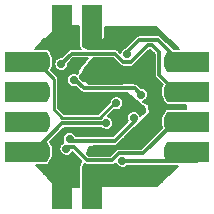
<source format=gbl>
G04 DipTrace 2.4.0.2*
%INFlexADCBufferAry.gbl*%
%MOMM*%
%ADD13C,0.254*%
%ADD14C,0.305*%
%ADD18C,0.508*%
%ADD19C,0.152*%
%ADD22R,1.6X1.7*%
%ADD24R,2.032X1.7*%
%ADD26R,1.7X1.6*%
%ADD27R,1.7X2.032*%
%ADD34C,0.711*%
%ADD35C,0.711*%
%FSLAX53Y53*%
G04*
G71*
G90*
G75*
G01*
%LNBottom*%
%LPD*%
X18413Y17932D2*
D13*
X18237D1*
X17008Y16703D1*
X13830D1*
X13116Y17416D1*
Y20005D1*
X11683Y21438D1*
X10008D1*
X12441D2*
D14*
X11278D1*
X10008D1*
X12441Y18898D2*
X11278D1*
X10008D1*
X12441Y16358D2*
X11278D1*
X10008D1*
X17558Y16274D2*
Y16235D1*
X13825D1*
X11408Y13818D1*
X10008D1*
X12441D2*
X11278D1*
X10008D1*
X19328Y22079D2*
Y22276D1*
X20365Y23314D1*
X21956D1*
X23831Y21438D1*
X25248D1*
X22816D2*
X23978D1*
X25248D1*
X13738Y21252D2*
X14617Y22131D1*
X18290D1*
X19011Y21410D1*
X19630D1*
X21057Y22838D1*
X21430D1*
X22032Y22236D1*
Y20357D1*
X23491Y18898D1*
X25248D1*
X22816D2*
X23978D1*
X25248D1*
X15360Y21442D2*
Y21361D1*
X15000D1*
X13879Y20239D1*
Y19580D1*
X15288Y18171D1*
X15663D1*
X16457Y17377D2*
Y18171D1*
Y17377D2*
X15663D1*
Y18171D1*
X13818Y22816D2*
X12745D1*
X12400Y23161D1*
X13818Y12441D2*
Y11278D1*
Y10008D1*
Y22816D2*
Y23978D1*
Y25248D1*
X25248Y13818D2*
Y13051D1*
X18922D1*
X22816Y13818D2*
X23978D1*
X25248D1*
X19878Y16694D2*
X19952D1*
Y16433D1*
X18265Y14746D1*
X14622D1*
X14447Y14921D1*
X20504Y18669D2*
X19951Y19222D1*
X15631D1*
X14951Y19903D1*
X14799D1*
X14177Y14077D2*
X14041D1*
Y14242D1*
X14792D1*
X15913Y13121D1*
X18041D1*
X18637Y13717D1*
X20701D1*
X23342Y16358D1*
X25248D1*
X22816D2*
X23978D1*
X25248D1*
X19795Y20104D2*
X19331D1*
X18909Y19682D1*
X16125D1*
X15619Y20188D1*
X19878Y15022D2*
X19916D1*
X21382Y16488D1*
Y17481D1*
Y18793D1*
X20070Y20104D1*
X19795D1*
X16307Y13791D2*
X18042D1*
X18794Y14542D1*
X19398D1*
X19878Y15022D1*
X19795Y20104D2*
X19763D1*
X21467Y21809D1*
X21240Y22036D1*
X18120Y23925D2*
D18*
X17008Y22813D1*
X16358D1*
Y10008D2*
D14*
X16237D1*
Y11103D1*
X16551Y11417D1*
X19922D1*
X21435D1*
X22211Y12193D1*
X21554Y17481D2*
X21382D1*
X16358Y12441D2*
Y11278D1*
Y10008D1*
Y22813D2*
Y23978D1*
Y25248D1*
D35*
X18120Y23925D3*
X18413Y17932D3*
X17558Y16274D3*
X19878Y16694D3*
X14629Y13038D3*
X21240Y22036D3*
X18392Y23249D3*
X21603Y24177D3*
X19922Y11417D3*
X15360Y21442D3*
X15619Y20188D3*
X18922Y13051D3*
X19878Y15022D3*
X19795Y20104D3*
X19328Y22079D3*
X14447Y14921D3*
X22211Y12193D3*
X20504Y18669D3*
X13738Y21252D3*
X14799Y19903D3*
X16307Y13791D3*
X21554Y17481D3*
X14177Y14077D3*
X12400Y23161D3*
X17458Y24228D2*
D19*
X21914D1*
X17458Y24079D2*
X22071D1*
X17458Y23931D2*
X22225D1*
X17458Y23782D2*
X22382D1*
X17458Y23633D2*
X20133D1*
X22189D2*
X22538D1*
X17458Y23485D2*
X19973D1*
X22346D2*
X22695D1*
X17458Y23336D2*
X19826D1*
X22495D2*
X22850D1*
X17458Y23187D2*
X19677D1*
X22645D2*
X23006D1*
X17458Y23039D2*
X19527D1*
X22792D2*
X23163D1*
X16810Y22890D2*
X19380D1*
X22942D2*
X23320D1*
X16762Y22741D2*
X19230D1*
X23089D2*
X23474D1*
X16715Y22593D2*
X19021D1*
X23239D2*
X23631D1*
X18531Y22444D2*
X18848D1*
X18688Y22295D2*
X18765D1*
X21077D2*
X21410D1*
X20928Y22147D2*
X21560D1*
X20781Y21998D2*
X21631D1*
X20631Y21849D2*
X21631D1*
X16396Y21701D2*
X18159D1*
X20481D2*
X21631D1*
X16270Y21552D2*
X18306D1*
X20334D2*
X21631D1*
X16145Y21403D2*
X18456D1*
X20184D2*
X21631D1*
X16019Y21255D2*
X18605D1*
X20037D2*
X21631D1*
X15890Y21106D2*
X18757D1*
X19883D2*
X21631D1*
X15765Y20957D2*
X21631D1*
X15698Y20809D2*
X21631D1*
X15632Y20660D2*
X21631D1*
X15565Y20511D2*
X21631D1*
X15520Y20363D2*
X21631D1*
X15518Y20214D2*
X21657D1*
X15518Y20065D2*
X21762D1*
X15518Y19917D2*
X21911D1*
X18686Y19768D2*
X22059D1*
X18862Y19619D2*
X22208D1*
X20265Y19471D2*
X22296D1*
X20412Y19322D2*
X22220D1*
X20826Y19173D2*
X22199D1*
X20990Y19025D2*
X22199D1*
X21070Y18876D2*
X22199D1*
X21106Y18727D2*
X22199D1*
X21101Y18579D2*
X22199D1*
X21058Y18430D2*
X22244D1*
X20963Y18281D2*
X22320D1*
X20764Y18133D2*
X22396D1*
X20854Y17984D2*
X22472D1*
X21106Y17835D2*
X22605D1*
X21232Y17687D2*
X24308D1*
X21234Y17538D2*
X24308D1*
X21237Y17389D2*
X22555D1*
X21237Y17241D2*
X22455D1*
X21239Y17092D2*
X22379D1*
X21161Y16943D2*
X22303D1*
X21001Y16795D2*
X22227D1*
X20842Y16646D2*
X22199D1*
X20683Y16497D2*
X22199D1*
X20524Y16349D2*
X22199D1*
X20365Y16200D2*
X22199D1*
X20206Y16051D2*
X22199D1*
X20044Y15903D2*
X22237D1*
X19885Y15754D2*
X22175D1*
X19726Y15605D2*
X22028D1*
X19567Y15457D2*
X21878D1*
X19408Y15308D2*
X21731D1*
X19249Y15159D2*
X21581D1*
X19092Y15011D2*
X21432D1*
X18942Y14862D2*
X21284D1*
X18795Y14713D2*
X21135D1*
X18645Y14565D2*
X20988D1*
X18482Y14416D2*
X20838D1*
X16223Y14267D2*
X20688D1*
X16054Y14119D2*
X20541D1*
X16014Y13970D2*
X18328D1*
X15976Y13821D2*
X18180D1*
X15936Y13673D2*
X18031D1*
X16071Y13524D2*
X17881D1*
X18239Y12781D2*
X18382D1*
X15670Y12632D2*
X18491D1*
X19353D2*
X23624D1*
X15634Y12483D2*
X18746D1*
X19097D2*
X23469D1*
X15610Y12335D2*
X23315D1*
X15608Y12186D2*
X23161D1*
X15608Y12037D2*
X23006D1*
X15608Y11889D2*
X22852D1*
X15608Y11740D2*
X22698D1*
X15605Y11591D2*
X22543D1*
X15605Y11443D2*
X22391D1*
X15605Y11294D2*
X22237D1*
X15603Y11145D2*
X22082D1*
X15603Y10997D2*
X21928D1*
X23293Y22522D2*
X23720D1*
X21771Y24378D1*
X20739Y24374D1*
X17440Y24366D1*
X17442Y24024D1*
Y22944D1*
X16813D1*
X16677Y22517D1*
X18290Y22518D1*
X18365Y22511D1*
X18438Y22489D1*
X18505Y22453D1*
X18563Y22405D1*
X18753Y22215D1*
X18770Y22274D1*
X18800Y22344D1*
X18838Y22409D1*
X18885Y22470D1*
X18939Y22523D1*
X18999Y22570D1*
X19064Y22608D1*
X19146Y22640D1*
X20091Y23587D1*
X20150Y23635D1*
X20217Y23671D1*
X20289Y23693D1*
X20365Y23700D1*
X21956D1*
X22031Y23693D1*
X22104Y23671D1*
X22171Y23635D1*
X22229Y23587D1*
X23296Y22521D1*
X24321Y17814D2*
X22944Y17816D1*
X22879Y17814D1*
X22718D1*
X22643Y17826D1*
X22576Y17861D1*
X22523Y17918D1*
X22475Y18008D1*
X22239Y18466D1*
X22216Y18540D1*
X22214Y18649D1*
Y19223D1*
X22227Y19300D1*
X22274Y19398D1*
X22332Y19510D1*
X21758Y20084D1*
X21710Y20142D1*
X21674Y20209D1*
X21652Y20282D1*
X21645Y20357D1*
Y22074D1*
X21270Y22451D1*
X21170Y22403D1*
X19903Y21136D1*
X19845Y21088D1*
X19778Y21053D1*
X19705Y21031D1*
X19630Y21023D1*
X19011D1*
X18936Y21031D1*
X18863Y21053D1*
X18796Y21088D1*
X18738Y21136D1*
X18128Y21746D1*
X17302Y21744D1*
X16416D1*
X16310Y21616D1*
X15749Y20956D1*
X15504Y20406D1*
X15502Y19898D1*
X15554Y19849D1*
X18478Y19857D1*
X18553Y19845D1*
X18629Y19802D1*
X18861Y19609D1*
X19951D1*
X20026Y19602D1*
X20099Y19580D1*
X20166Y19544D1*
X20224Y19496D1*
X20461Y19259D1*
X20535D1*
X20610Y19250D1*
X20684Y19231D1*
X20755Y19203D1*
X20821Y19167D1*
X20882Y19122D1*
X20937Y19069D1*
X20985Y19010D1*
X21025Y18946D1*
X21056Y18876D1*
X21078Y18804D1*
X21091Y18729D1*
X21094Y18669D1*
X21089Y18593D1*
X21074Y18519D1*
X21050Y18447D1*
X21017Y18379D1*
X20976Y18315D1*
X20926Y18257D1*
X20870Y18206D1*
X20807Y18163D1*
X20740Y18128D1*
X20661Y18101D1*
X20707Y18063D1*
X21180Y17783D1*
X21217Y17718D1*
X21223Y17048D1*
X21200Y16993D1*
X19043Y14977D1*
X18539Y14473D1*
X18480Y14425D1*
X18413Y14389D1*
X18341Y14367D1*
X18265Y14359D1*
X16814D1*
X16073Y14247D1*
X15918Y13664D1*
X16074Y13506D1*
X17129Y13508D1*
X17881D1*
X18363Y13991D1*
X18422Y14039D1*
X18489Y14074D1*
X18562Y14096D1*
X18637Y14104D1*
X20539D1*
X22283Y15846D1*
X22239Y15926D1*
X22216Y16000D1*
X22214Y16109D1*
Y16683D1*
X22227Y16760D1*
X22274Y16858D1*
X22509Y17315D1*
X22555Y17376D1*
X22617Y17419D1*
X22692Y17441D1*
X22794Y17442D1*
X24323D1*
X24322Y17816D1*
X23998Y17814D1*
Y17816D1*
X19368Y12666D2*
X19288Y12588D1*
X19225Y12545D1*
X19158Y12510D1*
X19087Y12484D1*
X19012Y12468D1*
X18937Y12461D1*
X18861Y12464D1*
X18786Y12477D1*
X18713Y12499D1*
X18644Y12530D1*
X18580Y12570D1*
X18521Y12618D1*
X18468Y12673D1*
X18424Y12735D1*
X18387Y12801D1*
X18356Y12888D1*
X18256Y12799D1*
X18189Y12763D1*
X18116Y12741D1*
X18041Y12734D1*
X15913D1*
X15837Y12741D1*
X15764Y12763D1*
X15695Y12801D1*
X15594Y12382D1*
X15587Y10905D1*
X21832Y10890D1*
X23672Y12664D1*
X19365D1*
X13397Y24326D2*
X15260D1*
X13243Y24177D2*
X15260D1*
X13086Y24028D2*
X15260D1*
X12932Y23880D2*
X15260D1*
X12777Y23731D2*
X15260D1*
X12621Y23582D2*
X15260D1*
X12466Y23434D2*
X15260D1*
X12312Y23285D2*
X15260D1*
X12155Y23136D2*
X15260D1*
X12001Y22988D2*
X15260D1*
X11844Y22839D2*
X15260D1*
X11690Y22690D2*
X15260D1*
X11535Y22542D2*
X15338D1*
X12763Y22393D2*
X14317D1*
X12839Y22244D2*
X14170D1*
X12915Y22096D2*
X14020D1*
X12991Y21947D2*
X13873D1*
X13055Y21798D2*
X13502D1*
X13058Y21650D2*
X13288D1*
X14699D2*
X15915D1*
X13058Y21501D2*
X13189D1*
X14549D2*
X15789D1*
X13058Y21352D2*
X13140D1*
X14399D2*
X15663D1*
X13058Y21204D2*
X13136D1*
X14340D2*
X15538D1*
X13050Y21055D2*
X13167D1*
X14309D2*
X15409D1*
X12979Y20906D2*
X13246D1*
X14231D2*
X15283D1*
X12903Y20758D2*
X13400D1*
X14076D2*
X15165D1*
X13039Y20609D2*
X15165D1*
X13186Y20460D2*
X14592D1*
X15005D2*
X15082D1*
X13335Y20312D2*
X14360D1*
X13457Y20163D2*
X14255D1*
X13492Y20014D2*
X14205D1*
X13492Y19866D2*
X14196D1*
X13492Y19717D2*
X14224D1*
X13492Y19568D2*
X14298D1*
X13492Y19420D2*
X14445D1*
X13492Y19271D2*
X15020D1*
X13492Y19122D2*
X15169D1*
X13492Y18974D2*
X15317D1*
X13492Y18825D2*
X19297D1*
X13492Y18676D2*
X19475D1*
X13492Y18528D2*
X19653D1*
X13492Y18379D2*
X18012D1*
X18812D2*
X19832D1*
X13492Y18230D2*
X17889D1*
X18936D2*
X20007D1*
X13492Y18082D2*
X17827D1*
X18997D2*
X20185D1*
X13492Y17933D2*
X17713D1*
X19019D2*
X20364D1*
X13492Y17784D2*
X17563D1*
X19000D2*
X20542D1*
X13492Y17636D2*
X17416D1*
X18938D2*
X20720D1*
X13571Y17487D2*
X17267D1*
X18815D2*
X20829D1*
X13720Y17338D2*
X17117D1*
X18169D2*
X20829D1*
X13867Y17190D2*
X16970D1*
X18021D2*
X19544D1*
X20211D2*
X20801D1*
X17872Y17041D2*
X19385D1*
X20370D2*
X20632D1*
X17724Y16892D2*
X19307D1*
X17929Y16744D2*
X19276D1*
X18066Y16595D2*
X19281D1*
X18138Y16446D2*
X19328D1*
X18161Y16298D2*
X19254D1*
X18150Y16149D2*
X19107D1*
X18095Y16000D2*
X18958D1*
X17986Y15852D2*
X18808D1*
X13856Y15703D2*
X17392D1*
X17722D2*
X18661D1*
X13706Y15554D2*
X18511D1*
X13556Y15406D2*
X14096D1*
X14798D2*
X18364D1*
X13409Y15257D2*
X13946D1*
X14948D2*
X18214D1*
X13259Y15108D2*
X13873D1*
X13112Y14960D2*
X13844D1*
X12963Y14811D2*
X13854D1*
X12820Y14662D2*
X13901D1*
X12896Y14514D2*
X13752D1*
X12972Y14365D2*
X13647D1*
X13046Y14216D2*
X13588D1*
X13058Y14068D2*
X13571D1*
X13058Y13919D2*
X13592D1*
X13058Y13770D2*
X13659D1*
X13058Y13622D2*
X13787D1*
X14568D2*
X14849D1*
X13058Y13473D2*
X14998D1*
X13001Y13324D2*
X15148D1*
X12922Y13176D2*
X15295D1*
X12846Y13027D2*
X15412D1*
X12770Y12878D2*
X15374D1*
X11590Y12730D2*
X15333D1*
X11737Y12581D2*
X15262D1*
X11884Y12432D2*
X15255D1*
X12032Y12284D2*
X15231D1*
X12179Y12135D2*
X15231D1*
X12326Y11986D2*
X15231D1*
X12476Y11838D2*
X15231D1*
X12623Y11689D2*
X15231D1*
X12770Y11540D2*
X15231D1*
X12917Y11392D2*
X15231D1*
X13065Y11243D2*
X15234D1*
X13212Y11094D2*
X15234D1*
X13362Y10946D2*
X15234D1*
X12008Y12734D2*
X11569D1*
X13421Y10870D1*
X15248D1*
X15249Y12357D1*
X15274Y12453D1*
Y12538D1*
X15286Y12613D1*
X15323Y12681D1*
X15347Y12724D1*
X15434Y13052D1*
X14694Y13793D1*
X14649Y13723D1*
X14599Y13665D1*
X14543Y13614D1*
X14480Y13571D1*
X14413Y13536D1*
X14341Y13510D1*
X14267Y13494D1*
X14192Y13487D1*
X14116Y13490D1*
X14041Y13503D1*
X13968Y13525D1*
X13899Y13556D1*
X13835Y13596D1*
X13776Y13644D1*
X13723Y13699D1*
X13679Y13761D1*
X13642Y13827D1*
X13615Y13898D1*
X13596Y13972D1*
X13587Y14047D1*
X13589Y14123D1*
X13599Y14198D1*
X13620Y14271D1*
X13649Y14341D1*
X13719Y14457D1*
X13767Y14516D1*
X13826Y14564D1*
X13896Y14600D1*
X13913Y14672D1*
X13885Y14742D1*
X13867Y14816D1*
X13858Y14892D1*
X13859Y14968D1*
X13870Y15043D1*
X13890Y15116D1*
X13920Y15186D1*
X13958Y15251D1*
X14005Y15312D1*
X14058Y15365D1*
X14119Y15411D1*
X14184Y15450D1*
X14254Y15479D1*
X14327Y15499D1*
X14403Y15510D1*
X14479Y15511D1*
X14554Y15502D1*
X14628Y15483D1*
X14698Y15455D1*
X14765Y15419D1*
X14826Y15374D1*
X14881Y15321D1*
X14929Y15262D1*
X14969Y15198D1*
X14999Y15131D1*
X15154Y15133D1*
X18107D1*
X19367Y16395D1*
X19315Y16515D1*
X19297Y16589D1*
X19288Y16664D1*
X19289Y16740D1*
X19300Y16815D1*
X19320Y16888D1*
X19350Y16958D1*
X19388Y17024D1*
X19435Y17084D1*
X19489Y17137D1*
X19549Y17184D1*
X19614Y17222D1*
X19685Y17251D1*
X19758Y17272D1*
X19833Y17282D1*
X19909Y17283D1*
X19984Y17274D1*
X20058Y17256D1*
X20129Y17228D1*
X20195Y17191D1*
X20256Y17146D1*
X20311Y17094D1*
X20359Y17035D1*
X20399Y16970D1*
X20443Y16858D1*
X20736Y17119D1*
X20844Y17215D1*
Y17545D1*
X19300Y18836D1*
X15631Y18835D1*
X15555Y18843D1*
X15483Y18865D1*
X15416Y18901D1*
X15357Y18949D1*
X14969Y19337D1*
X14889Y19320D1*
X14814Y19313D1*
X14738Y19316D1*
X14663Y19328D1*
X14590Y19351D1*
X14521Y19382D1*
X14457Y19422D1*
X14398Y19470D1*
X14345Y19525D1*
X14301Y19586D1*
X14264Y19653D1*
X14236Y19724D1*
X14218Y19797D1*
X14209Y19873D1*
X14211Y19949D1*
X14221Y20024D1*
X14242Y20097D1*
X14271Y20167D1*
X14310Y20233D1*
X14356Y20293D1*
X14410Y20346D1*
X14470Y20393D1*
X14536Y20431D1*
X14606Y20460D1*
X14679Y20480D1*
X14754Y20491D1*
X14830Y20492D1*
X14906Y20483D1*
X14979Y20464D1*
X15077Y20422D1*
X15130Y20518D1*
X15181Y20583D1*
X15182Y20742D1*
X15199Y20789D1*
X16010Y21744D1*
X14777D1*
X14325Y21292D1*
X14323Y21176D1*
X14309Y21101D1*
X14285Y21029D1*
X14252Y20961D1*
X14210Y20897D1*
X14161Y20840D1*
X14104Y20789D1*
X14042Y20746D1*
X13974Y20711D1*
X13903Y20685D1*
X13829Y20669D1*
X13753Y20662D1*
X13677Y20665D1*
X13602Y20677D1*
X13530Y20700D1*
X13460Y20731D1*
X13396Y20771D1*
X13337Y20819D1*
X13285Y20874D1*
X13240Y20935D1*
X13203Y21002D1*
X13176Y21073D1*
X13157Y21146D1*
X13149Y21222D1*
X13150Y21298D1*
X13161Y21373D1*
X13181Y21446D1*
X13211Y21516D1*
X13249Y21582D1*
X13295Y21642D1*
X13349Y21695D1*
X13409Y21742D1*
X13475Y21780D1*
X13545Y21809D1*
X13618Y21829D1*
X13693Y21840D1*
X13781D1*
X14109Y22170D1*
X14344Y22405D1*
X14403Y22453D1*
X14469Y22489D1*
X14542Y22511D1*
X14617Y22518D1*
X15385D1*
X15357Y22538D1*
X15308Y22596D1*
X15279Y22666D1*
X15274Y22794D1*
Y24465D1*
X13520Y24458D1*
X11500Y22523D1*
X12312Y22520D1*
X12377Y22522D1*
X12538D1*
X12613Y22510D1*
X12680Y22475D1*
X12733Y22418D1*
X12781Y22328D1*
X13017Y21870D1*
X13040Y21796D1*
X13042Y21687D1*
Y21113D1*
X13029Y21036D1*
X12982Y20938D1*
X12883Y20746D1*
X13067Y20565D1*
X13372Y20261D1*
X13419Y20202D1*
X13454Y20134D1*
X13470Y20076D1*
X13478Y19929D1*
X13479Y17564D1*
X13982Y17064D1*
X16860Y17066D1*
X17832Y18038D1*
X17856Y18127D1*
X17885Y18196D1*
X17924Y18262D1*
X17970Y18322D1*
X18024Y18376D1*
X18084Y18422D1*
X18150Y18460D1*
X18220Y18490D1*
X18293Y18510D1*
X18368Y18520D1*
X18444Y18521D1*
X18520Y18512D1*
X18593Y18494D1*
X18664Y18466D1*
X18730Y18429D1*
X18792Y18384D1*
X18847Y18332D1*
X18894Y18273D1*
X18934Y18208D1*
X18965Y18139D1*
X18987Y18066D1*
X19000Y17991D1*
X19003Y17932D1*
X18998Y17856D1*
X18983Y17782D1*
X18959Y17710D1*
X18926Y17641D1*
X18885Y17578D1*
X18835Y17520D1*
X18779Y17469D1*
X18716Y17426D1*
X18649Y17391D1*
X18578Y17365D1*
X18503Y17349D1*
X18428Y17342D1*
X18352Y17345D1*
X18277Y17358D1*
X18198Y17383D1*
X17668Y16852D1*
X17738Y16835D1*
X17809Y16808D1*
X17875Y16771D1*
X17937Y16726D1*
X17992Y16674D1*
X18039Y16615D1*
X18079Y16550D1*
X18110Y16481D1*
X18132Y16408D1*
X18145Y16333D1*
X18148Y16274D1*
X18143Y16198D1*
X18128Y16123D1*
X18104Y16051D1*
X18071Y15983D1*
X18030Y15919D1*
X17980Y15862D1*
X17924Y15811D1*
X17861Y15768D1*
X17794Y15733D1*
X17722Y15707D1*
X17648Y15690D1*
X17573Y15684D1*
X17497Y15687D1*
X17422Y15699D1*
X17349Y15722D1*
X17280Y15753D1*
X17216Y15793D1*
X17148Y15849D1*
X15962Y15848D1*
X13983D1*
X12803Y14667D1*
X13017Y14250D1*
X13040Y14176D1*
X13042Y14067D1*
Y13493D1*
X13029Y13416D1*
X12982Y13318D1*
X12747Y12861D1*
X12702Y12800D1*
X12639Y12757D1*
X12565Y12735D1*
X12462Y12734D1*
X12008D1*
D22*
X23978Y21438D3*
Y18898D3*
Y16358D3*
Y13818D3*
G36*
X22718Y19748D2*
X23183D1*
Y18048D1*
X22718D1*
X22448Y18573D1*
Y19223D1*
X22718Y19748D1*
G37*
G36*
Y22288D2*
X23183D1*
Y20588D1*
X22718D1*
X22448Y21113D1*
Y21763D1*
X22718Y22288D1*
G37*
G36*
Y14668D2*
X23183D1*
Y12968D1*
X22718D1*
X22448Y13493D1*
Y14143D1*
X22718Y14668D1*
G37*
G36*
Y17208D2*
X23183D1*
Y15508D1*
X22718D1*
X22448Y16033D1*
Y16683D1*
X22718Y17208D1*
G37*
D24*
X25248Y13818D3*
Y16358D3*
Y18898D3*
Y21438D3*
D22*
X11278Y13818D3*
Y16358D3*
Y18898D3*
Y21438D3*
G36*
X12538Y15508D2*
X12073D1*
Y17208D1*
X12538D1*
X12808Y16683D1*
Y16033D1*
X12538Y15508D1*
G37*
G36*
Y12968D2*
X12073D1*
Y14668D1*
X12538D1*
X12808Y14143D1*
Y13493D1*
X12538Y12968D1*
G37*
G36*
Y20588D2*
X12073D1*
Y22288D1*
X12538D1*
X12808Y21763D1*
Y21113D1*
X12538Y20588D1*
G37*
G36*
Y18048D2*
X12073D1*
Y19748D1*
X12538D1*
X12808Y19223D1*
Y18573D1*
X12538Y18048D1*
G37*
D24*
X10008Y21438D3*
Y18898D3*
Y16358D3*
Y13818D3*
D26*
X16358Y11278D3*
X13818D3*
G36*
X14668Y12538D2*
Y12073D1*
X12968D1*
Y12538D1*
X13493Y12808D1*
X14143D1*
X14668Y12538D1*
G37*
G36*
X17208D2*
Y12073D1*
X15508D1*
Y12538D1*
X16033Y12808D1*
X16683D1*
X17208Y12538D1*
G37*
D27*
X16358Y10008D3*
X13818D3*
D26*
X16358Y23978D3*
X13818D3*
D27*
X16358Y25248D3*
X13818D3*
G36*
X12968Y22718D2*
Y23183D1*
X14668D1*
Y22718D1*
X14143Y22448D1*
X13493D1*
X12968Y22718D1*
G37*
G36*
X15508D2*
Y23178D1*
X17208D1*
Y22718D1*
X16683Y22448D1*
X16033D1*
X15508Y22718D1*
G37*
D34*
X16457Y18171D3*
X15663D3*
Y17377D3*
X16457D3*
M02*

</source>
